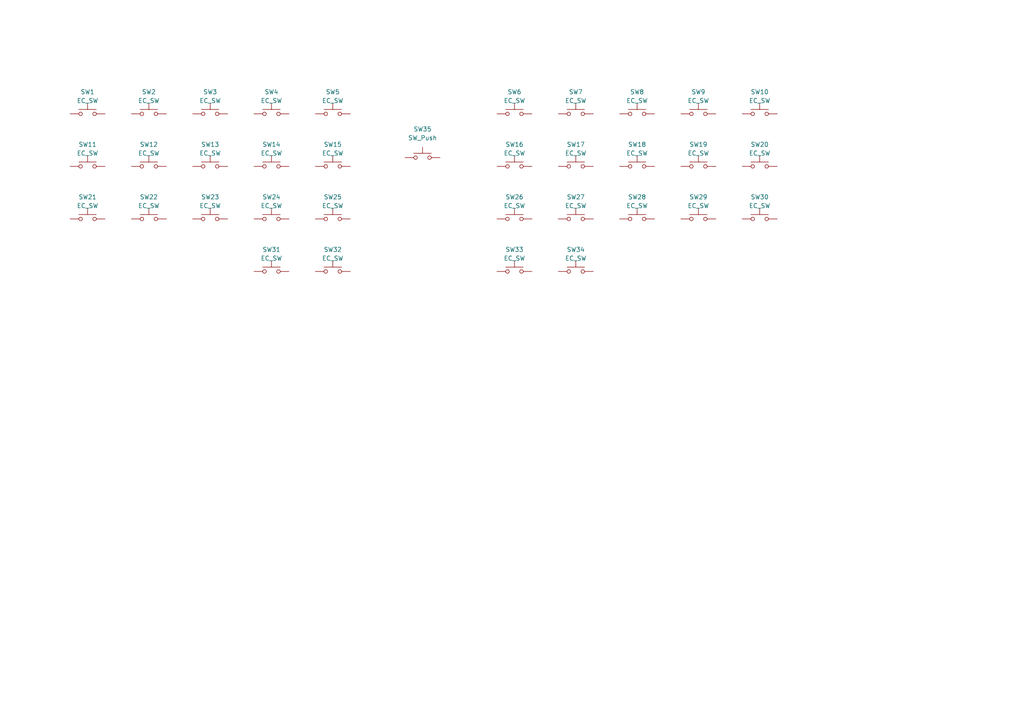
<source format=kicad_sch>
(kicad_sch (version 20230121) (generator eeschema)
  (paper "A4")
  (title_block (title "Le Chiffre Plate") (date "2023-08-03") (rev "0.1") (company "sporkus"))
  (lib_symbols
    (symbol "Switch:SW_Push" (pin_numbers hide) (pin_names (offset 1.016) hide)
      (property "Reference" "SW" (at 1.27 2.54 0))
      (property "Value" "SW_Push" (at 0 -1.524 0))
      (symbol "SW_Push_0_1"
        (circle (center -2.032 0) (radius 0.508))
        (polyline (pts (xy 0 1.27) (xy 0 3.048)))
        (polyline (pts (xy 2.54 1.27) (xy -2.54 1.27)))
        (circle (center 2.032 0) (radius 0.508))
        (pin passive line (at -5.08 0 0) (length 2.54) (name "1") (number "1"))
        (pin passive line (at 5.08 0 180) (length 2.54) (name "2") (number "2"))
      )
    )
  )
  (symbol (lib_id "Switch:SW_Push") (at 25.4 48.26 0) (mirror y) (unit 1)
    (property "Reference" "SW11" (at 25.4 41.91 0))
    (property "Value" "EC_SW" (at 25.4 44.45 0))
    (property "Footprint" "plate_cutouts:alps_switch_cutout" (effects hide))
  )
  (symbol (lib_id "Switch:SW_Push") (at 96.52 48.26 0) (mirror y) (unit 1)
    (property "Reference" "SW15" (at 96.52 41.91 0))
    (property "Value" "EC_SW" (at 96.52 44.45 0))
    (property "Footprint" "plate_cutouts:alps_switch_cutout" (effects hide))
  )
  (symbol (lib_id "Switch:SW_Push") (at 202.565 63.5 0) (mirror y) (unit 1)
    (property "Reference" "SW29" (at 202.565 57.15 0))
    (property "Value" "EC_SW" (at 202.565 59.69 0))
    (property "Footprint" "plate_cutouts:alps_switch_cutout" (effects hide))
  )
  (symbol (lib_id "Switch:SW_Push") (at 184.785 63.5 0) (mirror y) (unit 1)
    (property "Reference" "SW28" (at 184.785 57.15 0))
    (property "Value" "EC_SW" (at 184.785 59.69 0))
    (property "Footprint" "plate_cutouts:alps_switch_cutout" (effects hide))
  )
  (symbol (lib_id "Switch:SW_Push") (at 60.96 63.5 0) (mirror y) (unit 1)
    (property "Reference" "SW23" (at 60.96 57.15 0))
    (property "Value" "EC_SW" (at 60.96 59.69 0))
    (property "Footprint" "plate_cutouts:alps_switch_cutout" (effects hide))
  )
  (symbol (lib_id "Switch:SW_Push") (at 149.225 78.74 0) (mirror y) (unit 1)
    (property "Reference" "SW33" (at 149.225 72.39 0))
    (property "Value" "EC_SW" (at 149.225 74.93 0))
    (property "Footprint" "plate_cutouts:alps_switch_cutout" (effects hide))
  )
  (symbol (lib_id "Switch:SW_Push") (at 149.225 63.5 0) (mirror y) (unit 1)
    (property "Reference" "SW26" (at 149.225 57.15 0))
    (property "Value" "EC_SW" (at 149.225 59.69 0))
    (property "Footprint" "plate_cutouts:alps_switch_cutout" (effects hide))
  )
  (symbol (lib_id "Switch:SW_Push") (at 78.74 78.74 0) (mirror y) (unit 1)
    (property "Reference" "SW31" (at 78.74 72.39 0))
    (property "Value" "EC_SW" (at 78.74 74.93 0))
    (property "Footprint" "plate_cutouts:alps_switch_cutout" (effects hide))
  )
  (symbol (lib_id "Switch:SW_Push") (at 60.96 48.26 0) (mirror y) (unit 1)
    (property "Reference" "SW13" (at 60.96 41.91 0))
    (property "Value" "EC_SW" (at 60.96 44.45 0))
    (property "Footprint" "plate_cutouts:alps_switch_cutout" (effects hide))
  )
  (symbol (lib_id "Switch:SW_Push") (at 122.555 45.72 0) (unit 1)
    (property "Reference" "SW35" (at 122.555 37.465 0))
    (property "Value" "SW_Push" (at 122.555 40.005 0))
    (property "Footprint" "plate_cutouts:alps_switch_cutout" (effects hide))
  )
  (symbol (lib_id "Switch:SW_Push") (at 43.18 63.5 0) (mirror y) (unit 1)
    (property "Reference" "SW22" (at 43.18 57.15 0))
    (property "Value" "EC_SW" (at 43.18 59.69 0))
    (property "Footprint" "plate_cutouts:alps_switch_cutout" (effects hide))
  )
  (symbol (lib_id "Switch:SW_Push") (at 149.225 33.02 0) (mirror y) (unit 1)
    (property "Reference" "SW6" (at 149.225 26.67 0))
    (property "Value" "EC_SW" (at 149.225 29.21 0))
    (property "Footprint" "plate_cutouts:alps_switch_cutout" (effects hide))
  )
  (symbol (lib_id "Switch:SW_Push") (at 202.565 48.26 0) (mirror y) (unit 1)
    (property "Reference" "SW19" (at 202.565 41.91 0))
    (property "Value" "EC_SW" (at 202.565 44.45 0))
    (property "Footprint" "plate_cutouts:alps_switch_cutout" (effects hide))
  )
  (symbol (lib_id "Switch:SW_Push") (at 78.74 63.5 0) (mirror y) (unit 1)
    (property "Reference" "SW24" (at 78.74 57.15 0))
    (property "Value" "EC_SW" (at 78.74 59.69 0))
    (property "Footprint" "plate_cutouts:alps_switch_cutout" (effects hide))
  )
  (symbol (lib_id "Switch:SW_Push") (at 25.4 33.02 0) (mirror y) (unit 1)
    (property "Reference" "SW1" (at 25.4 26.67 0))
    (property "Value" "EC_SW" (at 25.4 29.21 0))
    (property "Footprint" "plate_cutouts:alps_switch_cutout" (effects hide))
  )
  (symbol (lib_id "Switch:SW_Push") (at 220.345 48.26 0) (mirror y) (unit 1)
    (property "Reference" "SW20" (at 220.345 41.91 0))
    (property "Value" "EC_SW" (at 220.345 44.45 0))
    (property "Footprint" "plate_cutouts:alps_switch_cutout" (effects hide))
  )
  (symbol (lib_id "Switch:SW_Push") (at 167.005 78.74 0) (mirror y) (unit 1)
    (property "Reference" "SW34" (at 167.005 72.39 0))
    (property "Value" "EC_SW" (at 167.005 74.93 0))
    (property "Footprint" "plate_cutouts:alps_switch_cutout" (effects hide))
  )
  (symbol (lib_id "Switch:SW_Push") (at 167.005 48.26 0) (mirror y) (unit 1)
    (property "Reference" "SW17" (at 167.005 41.91 0))
    (property "Value" "EC_SW" (at 167.005 44.45 0))
    (property "Footprint" "plate_cutouts:alps_switch_cutout" (effects hide))
  )
  (symbol (lib_id "Switch:SW_Push") (at 78.74 33.02 0) (mirror y) (unit 1)
    (property "Reference" "SW4" (at 78.74 26.67 0))
    (property "Value" "EC_SW" (at 78.74 29.21 0))
    (property "Footprint" "plate_cutouts:alps_switch_cutout" (effects hide))
  )
  (symbol (lib_id "Switch:SW_Push") (at 220.345 63.5 0) (mirror y) (unit 1)
    (property "Reference" "SW30" (at 220.345 57.15 0))
    (property "Value" "EC_SW" (at 220.345 59.69 0))
    (property "Footprint" "plate_cutouts:alps_switch_cutout" (effects hide))
  )
  (symbol (lib_id "Switch:SW_Push") (at 78.74 48.26 0) (mirror y) (unit 1)
    (property "Reference" "SW14" (at 78.74 41.91 0))
    (property "Value" "EC_SW" (at 78.74 44.45 0))
    (property "Footprint" "plate_cutouts:alps_switch_cutout" (effects hide))
  )
  (symbol (lib_id "Switch:SW_Push") (at 184.785 33.02 0) (mirror y) (unit 1)
    (property "Reference" "SW8" (at 184.785 26.67 0))
    (property "Value" "EC_SW" (at 184.785 29.21 0))
    (property "Footprint" "plate_cutouts:alps_switch_cutout" (effects hide))
  )
  (symbol (lib_id "Switch:SW_Push") (at 96.52 63.5 0) (mirror y) (unit 1)
    (property "Reference" "SW25" (at 96.52 57.15 0))
    (property "Value" "EC_SW" (at 96.52 59.69 0))
    (property "Footprint" "plate_cutouts:alps_switch_cutout" (effects hide))
  )
  (symbol (lib_id "Switch:SW_Push") (at 96.52 78.74 0) (mirror y) (unit 1)
    (property "Reference" "SW32" (at 96.52 72.39 0))
    (property "Value" "EC_SW" (at 96.52 74.93 0))
    (property "Footprint" "plate_cutouts:alps_switch_cutout" (effects hide))
  )
  (symbol (lib_id "Switch:SW_Push") (at 96.52 33.02 0) (mirror y) (unit 1)
    (property "Reference" "SW5" (at 96.52 26.67 0))
    (property "Value" "EC_SW" (at 96.52 29.21 0))
    (property "Footprint" "plate_cutouts:alps_switch_cutout" (effects hide))
  )
  (symbol (lib_id "Switch:SW_Push") (at 167.005 33.02 0) (mirror y) (unit 1)
    (property "Reference" "SW7" (at 167.005 26.67 0))
    (property "Value" "EC_SW" (at 167.005 29.21 0))
    (property "Footprint" "plate_cutouts:alps_switch_cutout" (effects hide))
  )
  (symbol (lib_id "Switch:SW_Push") (at 60.96 33.02 0) (mirror y) (unit 1)
    (property "Reference" "SW3" (at 60.96 26.67 0))
    (property "Value" "EC_SW" (at 60.96 29.21 0))
    (property "Footprint" "plate_cutouts:alps_switch_cutout" (effects hide))
  )
  (symbol (lib_id "Switch:SW_Push") (at 43.18 48.26 0) (mirror y) (unit 1)
    (property "Reference" "SW12" (at 43.18 41.91 0))
    (property "Value" "EC_SW" (at 43.18 44.45 0))
    (property "Footprint" "plate_cutouts:alps_switch_cutout" (effects hide))
  )
  (symbol (lib_id "Switch:SW_Push") (at 184.785 48.26 0) (mirror y) (unit 1)
    (property "Reference" "SW18" (at 184.785 41.91 0))
    (property "Value" "EC_SW" (at 184.785 44.45 0))
    (property "Footprint" "plate_cutouts:alps_switch_cutout" (effects hide))
  )
  (symbol (lib_id "Switch:SW_Push") (at 149.225 48.26 0) (mirror y) (unit 1)
    (property "Reference" "SW16" (at 149.225 41.91 0))
    (property "Value" "EC_SW" (at 149.225 44.45 0))
    (property "Footprint" "plate_cutouts:alps_switch_cutout" (effects hide))
  )
  (symbol (lib_id "Switch:SW_Push") (at 167.005 63.5 0) (mirror y) (unit 1)
    (property "Reference" "SW27" (at 167.005 57.15 0))
    (property "Value" "EC_SW" (at 167.005 59.69 0))
    (property "Footprint" "plate_cutouts:alps_switch_cutout" (effects hide))
  )
  (symbol (lib_id "Switch:SW_Push") (at 43.18 33.02 0) (mirror y) (unit 1)
    (property "Reference" "SW2" (at 43.18 26.67 0))
    (property "Value" "EC_SW" (at 43.18 29.21 0))
    (property "Footprint" "plate_cutouts:alps_switch_cutout" (effects hide))
  )
  (symbol (lib_id "Switch:SW_Push") (at 220.345 33.02 0) (mirror y) (unit 1)
    (property "Reference" "SW10" (at 220.345 26.67 0))
    (property "Value" "EC_SW" (at 220.345 29.21 0))
    (property "Footprint" "plate_cutouts:alps_switch_cutout" (effects hide))
  )
  (symbol (lib_id "Switch:SW_Push") (at 25.4 63.5 0) (mirror y) (unit 1)
    (property "Reference" "SW21" (at 25.4 57.15 0))
    (property "Value" "EC_SW" (at 25.4 59.69 0))
    (property "Footprint" "plate_cutouts:alps_switch_cutout" (effects hide))
  )
  (symbol (lib_id "Switch:SW_Push") (at 202.565 33.02 0) (mirror y) (unit 1)
    (property "Reference" "SW9" (at 202.565 26.67 0))
    (property "Value" "EC_SW" (at 202.565 29.21 0))
    (property "Footprint" "plate_cutouts:alps_switch_cutout" (effects hide))
  )
)
</source>
